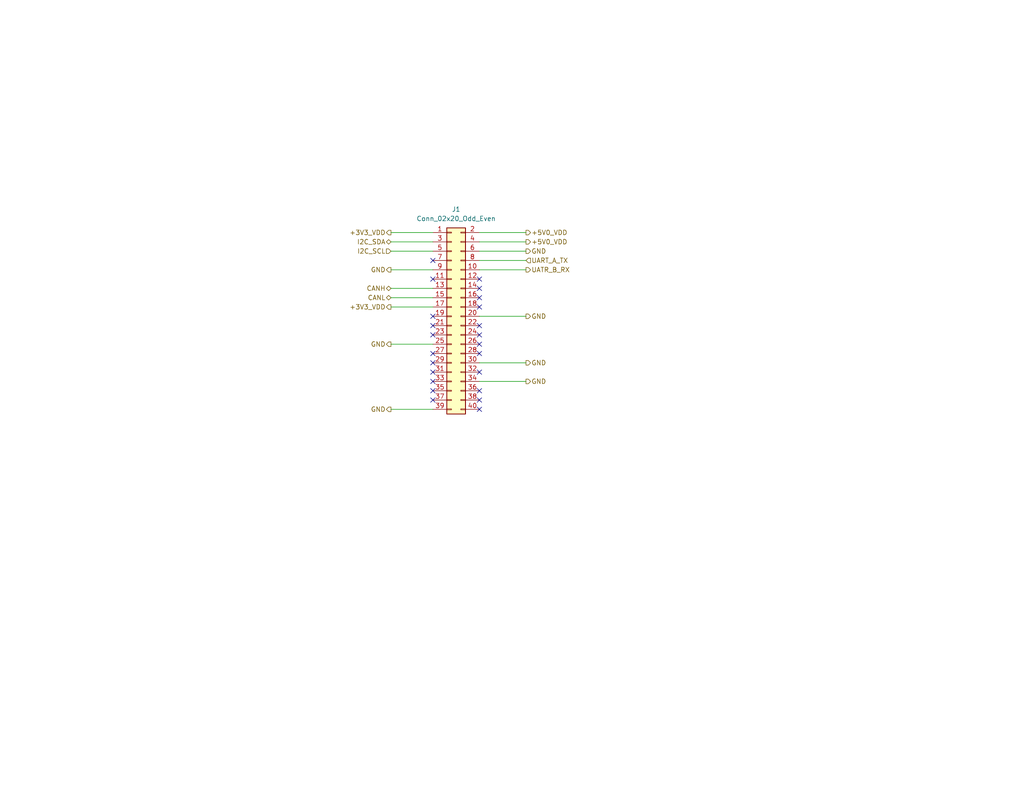
<source format=kicad_sch>
(kicad_sch (version 20211123) (generator eeschema)
  (paper "A")
  (title_block (title "Interboard Connector") (date "2022-01-27"))
  (lib_symbols
    (symbol "Connector_Generic:Conn_02x20_Odd_Even" (pin_names (offset 1.016) hide)
      (property "Reference" "J" (at 1.27 25.4 0))
      (property "Value" "Conn_02x20_Odd_Even" (at 1.27 -27.94 0))
      (symbol "Conn_02x20_Odd_Even_1_1"
        (rectangle (start -1.27 -25.273) (end 0 -25.527) (stroke (width 0.1524)))
        (rectangle (start -1.27 -22.733) (end 0 -22.987) (stroke (width 0.1524)))
        (rectangle (start -1.27 -20.193) (end 0 -20.447) (stroke (width 0.1524)))
        (rectangle (start -1.27 -17.653) (end 0 -17.907) (stroke (width 0.1524)))
        (rectangle (start -1.27 -15.113) (end 0 -15.367) (stroke (width 0.1524)))
        (rectangle (start -1.27 -12.573) (end 0 -12.827) (stroke (width 0.1524)))
        (rectangle (start -1.27 -10.033) (end 0 -10.287) (stroke (width 0.1524)))
        (rectangle (start -1.27 -7.493) (end 0 -7.747) (stroke (width 0.1524)))
        (rectangle (start -1.27 -4.953) (end 0 -5.207) (stroke (width 0.1524)))
        (rectangle (start -1.27 -2.413) (end 0 -2.667) (stroke (width 0.1524)))
        (rectangle (start -1.27 0.127) (end 0 -0.127) (stroke (width 0.1524)))
        (rectangle (start -1.27 2.667) (end 0 2.413) (stroke (width 0.1524)))
        (rectangle (start -1.27 5.207) (end 0 4.953) (stroke (width 0.1524)))
        (rectangle (start -1.27 7.747) (end 0 7.493) (stroke (width 0.1524)))
        (rectangle (start -1.27 10.287) (end 0 10.033) (stroke (width 0.1524)))
        (rectangle (start -1.27 12.827) (end 0 12.573) (stroke (width 0.1524)))
        (rectangle (start -1.27 15.367) (end 0 15.113) (stroke (width 0.1524)))
        (rectangle (start -1.27 17.907) (end 0 17.653) (stroke (width 0.1524)))
        (rectangle (start -1.27 20.447) (end 0 20.193) (stroke (width 0.1524)))
        (rectangle (start -1.27 22.987) (end 0 22.733) (stroke (width 0.1524)))
        (rectangle (start -1.27 24.13) (end 3.81 -26.67) (stroke (width 0.254)) (fill (type background)))
        (rectangle (start 3.81 -25.273) (end 2.54 -25.527) (stroke (width 0.1524)))
        (rectangle (start 3.81 -22.733) (end 2.54 -22.987) (stroke (width 0.1524)))
        (rectangle (start 3.81 -20.193) (end 2.54 -20.447) (stroke (width 0.1524)))
        (rectangle (start 3.81 -17.653) (end 2.54 -17.907) (stroke (width 0.1524)))
        (rectangle (start 3.81 -15.113) (end 2.54 -15.367) (stroke (width 0.1524)))
        (rectangle (start 3.81 -12.573) (end 2.54 -12.827) (stroke (width 0.1524)))
        (rectangle (start 3.81 -10.033) (end 2.54 -10.287) (stroke (width 0.1524)))
        (rectangle (start 3.81 -7.493) (end 2.54 -7.747) (stroke (width 0.1524)))
        (rectangle (start 3.81 -4.953) (end 2.54 -5.207) (stroke (width 0.1524)))
        (rectangle (start 3.81 -2.413) (end 2.54 -2.667) (stroke (width 0.1524)))
        (rectangle (start 3.81 0.127) (end 2.54 -0.127) (stroke (width 0.1524)))
        (rectangle (start 3.81 2.667) (end 2.54 2.413) (stroke (width 0.1524)))
        (rectangle (start 3.81 5.207) (end 2.54 4.953) (stroke (width 0.1524)))
        (rectangle (start 3.81 7.747) (end 2.54 7.493) (stroke (width 0.1524)))
        (rectangle (start 3.81 10.287) (end 2.54 10.033) (stroke (width 0.1524)))
        (rectangle (start 3.81 12.827) (end 2.54 12.573) (stroke (width 0.1524)))
        (rectangle (start 3.81 15.367) (end 2.54 15.113) (stroke (width 0.1524)))
        (rectangle (start 3.81 17.907) (end 2.54 17.653) (stroke (width 0.1524)))
        (rectangle (start 3.81 20.447) (end 2.54 20.193) (stroke (width 0.1524)))
        (rectangle (start 3.81 22.987) (end 2.54 22.733) (stroke (width 0.1524)))
        (pin passive line (at -5.08 22.86 0) (length 3.81) (name "Pin_1") (number "1"))
        (pin passive line (at 7.62 12.7 180) (length 3.81) (name "Pin_10") (number "10"))
        (pin passive line (at -5.08 10.16 0) (length 3.81) (name "Pin_11") (number "11"))
        (pin passive line (at 7.62 10.16 180) (length 3.81) (name "Pin_12") (number "12"))
        (pin passive line (at -5.08 7.62 0) (length 3.81) (name "Pin_13") (number "13"))
        (pin passive line (at 7.62 7.62 180) (length 3.81) (name "Pin_14") (number "14"))
        (pin passive line (at -5.08 5.08 0) (length 3.81) (name "Pin_15") (number "15"))
        (pin passive line (at 7.62 5.08 180) (length 3.81) (name "Pin_16") (number "16"))
        (pin passive line (at -5.08 2.54 0) (length 3.81) (name "Pin_17") (number "17"))
        (pin passive line (at 7.62 2.54 180) (length 3.81) (name "Pin_18") (number "18"))
        (pin passive line (at -5.08 0 0) (length 3.81) (name "Pin_19") (number "19"))
        (pin passive line (at 7.62 22.86 180) (length 3.81) (name "Pin_2") (number "2"))
        (pin passive line (at 7.62 0 180) (length 3.81) (name "Pin_20") (number "20"))
        (pin passive line (at -5.08 -2.54 0) (length 3.81) (name "Pin_21") (number "21"))
        (pin passive line (at 7.62 -2.54 180) (length 3.81) (name "Pin_22") (number "22"))
        (pin passive line (at -5.08 -5.08 0) (length 3.81) (name "Pin_23") (number "23"))
        (pin passive line (at 7.62 -5.08 180) (length 3.81) (name "Pin_24") (number "24"))
        (pin passive line (at -5.08 -7.62 0) (length 3.81) (name "Pin_25") (number "25"))
        (pin passive line (at 7.62 -7.62 180) (length 3.81) (name "Pin_26") (number "26"))
        (pin passive line (at -5.08 -10.16 0) (length 3.81) (name "Pin_27") (number "27"))
        (pin passive line (at 7.62 -10.16 180) (length 3.81) (name "Pin_28") (number "28"))
        (pin passive line (at -5.08 -12.7 0) (length 3.81) (name "Pin_29") (number "29"))
        (pin passive line (at -5.08 20.32 0) (length 3.81) (name "Pin_3") (number "3"))
        (pin passive line (at 7.62 -12.7 180) (length 3.81) (name "Pin_30") (number "30"))
        (pin passive line (at -5.08 -15.24 0) (length 3.81) (name "Pin_31") (number "31"))
        (pin passive line (at 7.62 -15.24 180) (length 3.81) (name "Pin_32") (number "32"))
        (pin passive line (at -5.08 -17.78 0) (length 3.81) (name "Pin_33") (number "33"))
        (pin passive line (at 7.62 -17.78 180) (length 3.81) (name "Pin_34") (number "34"))
        (pin passive line (at -5.08 -20.32 0) (length 3.81) (name "Pin_35") (number "35"))
        (pin passive line (at 7.62 -20.32 180) (length 3.81) (name "Pin_36") (number "36"))
        (pin passive line (at -5.08 -22.86 0) (length 3.81) (name "Pin_37") (number "37"))
        (pin passive line (at 7.62 -22.86 180) (length 3.81) (name "Pin_38") (number "38"))
        (pin passive line (at -5.08 -25.4 0) (length 3.81) (name "Pin_39") (number "39"))
        (pin passive line (at 7.62 20.32 180) (length 3.81) (name "Pin_4") (number "4"))
        (pin passive line (at 7.62 -25.4 180) (length 3.81) (name "Pin_40") (number "40"))
        (pin passive line (at -5.08 17.78 0) (length 3.81) (name "Pin_5") (number "5"))
        (pin passive line (at 7.62 17.78 180) (length 3.81) (name "Pin_6") (number "6"))
        (pin passive line (at -5.08 15.24 0) (length 3.81) (name "Pin_7") (number "7"))
        (pin passive line (at 7.62 15.24 180) (length 3.81) (name "Pin_8") (number "8"))
        (pin passive line (at -5.08 12.7 0) (length 3.81) (name "Pin_9") (number "9"))
      )
    )
  )
  (no_connect (at 130.81 76.2))
  (no_connect (at 130.81 78.74))
  (no_connect (at 130.81 81.28))
  (no_connect (at 118.11 76.2))
  (no_connect (at 130.81 111.76))
  (no_connect (at 118.11 101.6))
  (no_connect (at 118.11 104.14))
  (no_connect (at 118.11 106.68))
  (no_connect (at 118.11 109.22))
  (no_connect (at 130.81 83.82))
  (no_connect (at 130.81 88.9))
  (no_connect (at 118.11 71.12))
  (no_connect (at 118.11 86.36))
  (no_connect (at 118.11 88.9))
  (no_connect (at 130.81 91.44))
  (no_connect (at 130.81 93.98))
  (no_connect (at 118.11 91.44))
  (no_connect (at 118.11 96.52))
  (no_connect (at 118.11 99.06))
  (no_connect (at 130.81 96.52))
  (no_connect (at 130.81 101.6))
  (no_connect (at 130.81 106.68))
  (no_connect (at 130.81 109.22))
  (wire (pts (xy 130.81 68.58) (xy 143.51 68.58)))
  (wire (pts (xy 130.81 63.5) (xy 143.51 63.5)))
  (wire (pts (xy 106.68 93.98) (xy 118.11 93.98)))
  (wire (pts (xy 106.68 68.58) (xy 118.11 68.58)))
  (wire (pts (xy 130.81 99.06) (xy 143.51 99.06)))
  (wire (pts (xy 106.68 66.04) (xy 118.11 66.04)))
  (wire (pts (xy 106.68 111.76) (xy 118.11 111.76)))
  (wire (pts (xy 130.81 66.04) (xy 143.51 66.04)))
  (wire (pts (xy 106.68 78.74) (xy 118.11 78.74)))
  (wire (pts (xy 130.81 73.66) (xy 143.51 73.66)))
  (wire (pts (xy 106.68 83.82) (xy 118.11 83.82)))
  (wire (pts (xy 130.81 104.14) (xy 143.51 104.14)))
  (wire (pts (xy 106.68 63.5) (xy 118.11 63.5)))
  (wire (pts (xy 130.81 71.12) (xy 143.51 71.12)))
  (wire (pts (xy 130.81 86.36) (xy 143.51 86.36)))
  (wire (pts (xy 106.68 81.28) (xy 118.11 81.28)))
  (wire (pts (xy 106.68 73.66) (xy 118.11 73.66)))
  (hierarchical_label "CANH" (shape bidirectional) (at 106.68 78.74 180))
  (hierarchical_label "UATR_B_RX" (shape output) (at 143.51 73.66 0))
  (hierarchical_label "+3V3_VDD" (shape output) (at 106.68 83.82 180))
  (hierarchical_label "GND" (shape output) (at 106.68 73.66 180))
  (hierarchical_label "GND" (shape output) (at 143.51 86.36 0))
  (hierarchical_label "GND" (shape output) (at 106.68 111.76 180))
  (hierarchical_label "GND" (shape output) (at 143.51 68.58 0))
  (hierarchical_label "CANL" (shape bidirectional) (at 106.68 81.28 180))
  (hierarchical_label "+5V0_VDD" (shape output) (at 143.51 63.5 0))
  (hierarchical_label "+5V0_VDD" (shape output) (at 143.51 66.04 0))
  (hierarchical_label "GND" (shape output) (at 143.51 104.14 0))
  (hierarchical_label "+3V3_VDD" (shape output) (at 106.68 63.5 180))
  (hierarchical_label "GND" (shape output) (at 106.68 93.98 180))
  (hierarchical_label "I2C_SDA" (shape bidirectional) (at 106.68 66.04 180))
  (hierarchical_label "GND" (shape output) (at 143.51 99.06 0))
  (hierarchical_label "I2C_SCL" (shape input) (at 106.68 68.58 180))
  (hierarchical_label "UART_A_TX" (shape input) (at 143.51 71.12 0))
  (symbol (lib_id "Connector_Generic:Conn_02x20_Odd_Even") (at 123.19 86.36 0) (unit 1)
    (property "Reference" "J1" (at 124.46 57.15 0))
    (property "Value" "Conn_02x20_Odd_Even" (at 124.46 59.69 0))
    (property "Footprint" "Connector_PinHeader_2.54mm:PinHeader_2x20_P2.54mm_Vertical" (effects hide))
  )
)
</source>
